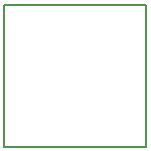
<source format=gm1>
G04*
G04 #@! TF.GenerationSoftware,Altium Limited,Altium Designer,19.0.15 (446)*
G04*
G04 Layer_Color=16711935*
%FSLAX24Y24*%
%MOIN*%
G70*
G01*
G75*
%ADD12C,0.0060*%
D12*
X-2451Y2096D02*
X2274D01*
X-2451Y-2628D02*
Y2096D01*
X-2451Y-2628D02*
X2274D01*
Y2096D01*
M02*

</source>
